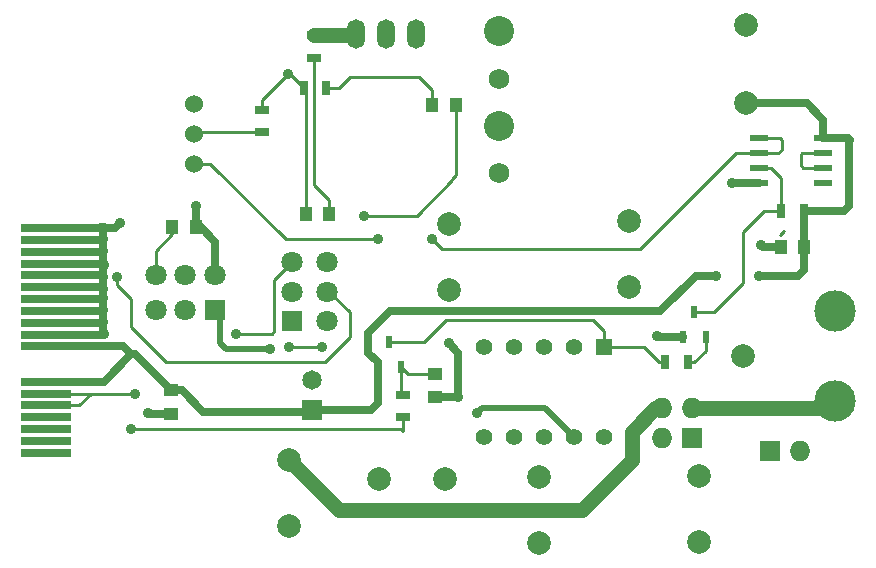
<source format=gtl>
%FSLAX46Y46*%
G04 Gerber Fmt 4.6, Leading zero omitted, Abs format (unit mm)*
G04 Created by KiCad (PCBNEW (2014-10-27 BZR 5228)-product) date 13/01/2015 10:49:15*
%MOMM*%
G01*
G04 APERTURE LIST*
%ADD10C,0.100000*%
%ADD11R,1.250000X1.000000*%
%ADD12R,1.000000X1.250000*%
%ADD13R,1.651000X1.651000*%
%ADD14C,1.651000*%
%ADD15R,4.200000X0.700000*%
%ADD16R,1.397000X1.397000*%
%ADD17C,1.397000*%
%ADD18C,1.998980*%
%ADD19C,3.500000*%
%ADD20C,2.000000*%
%ADD21R,1.727200X1.727200*%
%ADD22O,1.727200X1.727200*%
%ADD23R,0.599440X1.000760*%
%ADD24R,1.300000X0.700000*%
%ADD25R,0.700000X1.300000*%
%ADD26R,1.800000X1.800000*%
%ADD27C,1.800000*%
%ADD28C,2.540000*%
%ADD29C,1.727200*%
%ADD30R,1.550000X0.600000*%
%ADD31C,1.524000*%
%ADD32O,1.501140X2.499360*%
%ADD33C,0.889000*%
%ADD34C,0.254000*%
%ADD35C,0.635000*%
%ADD36C,0.508000*%
%ADD37C,1.270000*%
G04 APERTURE END LIST*
D10*
D11*
X158000000Y-68200000D03*
X158000000Y-70200000D03*
D12*
X135800000Y-55800000D03*
X137800000Y-55800000D03*
D11*
X135700000Y-69600000D03*
X135700000Y-71600000D03*
D13*
X147600000Y-71270000D03*
D14*
X147600000Y-68730000D03*
D12*
X157800000Y-45400000D03*
X159800000Y-45400000D03*
X149100000Y-54700000D03*
X147100000Y-54700000D03*
X189300000Y-57500000D03*
X187300000Y-57500000D03*
D15*
X125074560Y-55868200D03*
X125074560Y-56868200D03*
X125074560Y-57868200D03*
X125074560Y-58868200D03*
X125074560Y-59868200D03*
X125074560Y-60868200D03*
X125074560Y-61868200D03*
X125074560Y-62868200D03*
X125074560Y-63868200D03*
X125074560Y-64868200D03*
X125074560Y-65868200D03*
X125074560Y-68868200D03*
X125074560Y-69868200D03*
X125074560Y-70868200D03*
X125074560Y-71868200D03*
X125074560Y-72868200D03*
X125074560Y-73868200D03*
X125074560Y-74868200D03*
D16*
X172339000Y-65913000D03*
D17*
X169799000Y-65913000D03*
X167259000Y-65913000D03*
X164719000Y-65913000D03*
X162179000Y-65913000D03*
X162179000Y-73533000D03*
X164719000Y-73533000D03*
X167259000Y-73533000D03*
X169799000Y-73533000D03*
X172339000Y-73533000D03*
D18*
X145696000Y-75508000D03*
X145696000Y-81096000D03*
X153308000Y-77104000D03*
X158896000Y-77104000D03*
X166804000Y-82492000D03*
X166804000Y-76904000D03*
X180396000Y-76808000D03*
X180396000Y-82396000D03*
X159258000Y-55499000D03*
X159258000Y-61087000D03*
X174498000Y-55245000D03*
X174498000Y-60833000D03*
D19*
X191900000Y-70500000D03*
X191900000Y-62900000D03*
D20*
X184100000Y-66700000D03*
D21*
X186430000Y-74700000D03*
D22*
X188970000Y-74700000D03*
D23*
X153225500Y-67604640D03*
X154178000Y-65491360D03*
X155130500Y-67604640D03*
X179047500Y-65056640D03*
X180000000Y-62943360D03*
X180952500Y-65056640D03*
D24*
X155300000Y-69950000D03*
X155300000Y-71850000D03*
D25*
X146950000Y-44000000D03*
X148850000Y-44000000D03*
D24*
X143400000Y-45850000D03*
X143400000Y-47750000D03*
X147800000Y-39550000D03*
X147800000Y-41450000D03*
D25*
X189250000Y-54400000D03*
X187350000Y-54400000D03*
X179450000Y-67200000D03*
X177550000Y-67200000D03*
D21*
X179770000Y-73670000D03*
D22*
X179770000Y-71130000D03*
X177230000Y-73670000D03*
X177230000Y-71130000D03*
D26*
X139400000Y-62800000D03*
D27*
X136900000Y-62800000D03*
X139400000Y-59800000D03*
X134400000Y-62800000D03*
X134400000Y-59800000D03*
X136900000Y-59800000D03*
D26*
X145923000Y-63741300D03*
D27*
X145923000Y-61241300D03*
X148923000Y-63741300D03*
X145923000Y-58741300D03*
X148923000Y-58741300D03*
X148923000Y-61241300D03*
D28*
X163461700Y-39199300D03*
D29*
X163461700Y-43199300D03*
D28*
X163461700Y-47199300D03*
D29*
X163461700Y-51199300D03*
D30*
X185501300Y-48234600D03*
X185501300Y-49504600D03*
X185501300Y-50774600D03*
X185501300Y-52044600D03*
X190901300Y-52044600D03*
X190901300Y-50774600D03*
X190901300Y-49504600D03*
X190901300Y-48234600D03*
D31*
X137600000Y-47860000D03*
X137600000Y-45320000D03*
X137600000Y-50400000D03*
D32*
X153893520Y-39451280D03*
X156433520Y-39451280D03*
X151353520Y-39451280D03*
D18*
X184400000Y-45299460D03*
X184400000Y-38700540D03*
D33*
X137800000Y-54000000D03*
X176800000Y-65000000D03*
X183200000Y-52000000D03*
X129800000Y-55868200D03*
X129800000Y-61868200D03*
X130000000Y-64800000D03*
X159200000Y-65600000D03*
X160000000Y-70200000D03*
X131400000Y-55400000D03*
X130000000Y-59000000D03*
X133700000Y-71500000D03*
X185600000Y-57300000D03*
X185500000Y-59900000D03*
X181800000Y-59900000D03*
X152000000Y-54800000D03*
X145600000Y-42800000D03*
X132600000Y-69868200D03*
X131100000Y-60000000D03*
X141200000Y-64800000D03*
X161600000Y-71500000D03*
X144100000Y-66100000D03*
X148500000Y-65900000D03*
X145700000Y-65900000D03*
X157800000Y-56800000D03*
X153200000Y-56800000D03*
X132300000Y-72900000D03*
D34*
X187600000Y-56102800D02*
X187251300Y-56451500D01*
X158000000Y-68200000D02*
X155725860Y-68200000D01*
X155725860Y-68200000D02*
X155130500Y-67604640D01*
X155130500Y-69780500D02*
X155300000Y-69950000D01*
X155130500Y-67604640D02*
X155130500Y-69780500D01*
D35*
X137800000Y-55800000D02*
X137800000Y-54000000D01*
D34*
X125142760Y-63800000D02*
X125074560Y-63868200D01*
D35*
X179047500Y-65056640D02*
X176856640Y-65056640D01*
X176856640Y-65056640D02*
X176800000Y-65000000D01*
X137800000Y-55800000D02*
X138200000Y-55800000D01*
X138200000Y-55800000D02*
X139400000Y-57000000D01*
X139400000Y-57000000D02*
X139400000Y-59800000D01*
X185501300Y-52044600D02*
X183244600Y-52044600D01*
X183244600Y-52044600D02*
X183200000Y-52000000D01*
X129931800Y-56868200D02*
X130000000Y-56800000D01*
X125074560Y-56868200D02*
X129931800Y-56868200D01*
X129931800Y-57868200D02*
X130000000Y-57800000D01*
X129931800Y-58868200D02*
X130000000Y-58800000D01*
X125074560Y-58868200D02*
X129931800Y-58868200D01*
X129868200Y-59868200D02*
X130000000Y-60000000D01*
X125074560Y-59868200D02*
X129868200Y-59868200D01*
X129868200Y-60868200D02*
X130000000Y-61000000D01*
X125074560Y-60868200D02*
X129868200Y-60868200D01*
X129931800Y-61868200D02*
X130000000Y-61800000D01*
X125074560Y-61868200D02*
X129931800Y-61868200D01*
X129931800Y-62868200D02*
X130000000Y-62800000D01*
X125074560Y-62868200D02*
X129931800Y-62868200D01*
X129931800Y-63868200D02*
X130000000Y-63800000D01*
X125074560Y-63868200D02*
X129931800Y-63868200D01*
X129931800Y-64868200D02*
X130000000Y-64800000D01*
X129931800Y-55868200D02*
X130000000Y-55800000D01*
X125074560Y-55868200D02*
X129931800Y-55868200D01*
X129931800Y-56800000D02*
X129931800Y-56868200D01*
X129931800Y-55868200D02*
X129931800Y-56800000D01*
X129931800Y-57800000D02*
X129931800Y-57868200D01*
X129931800Y-56800000D02*
X129931800Y-57800000D01*
X129931800Y-58800000D02*
X129931800Y-58868200D01*
X129931800Y-57800000D02*
X129931800Y-58800000D01*
X129931800Y-59804600D02*
X129868200Y-59868200D01*
X129931800Y-58800000D02*
X129931800Y-59804600D01*
X129931800Y-60804600D02*
X129868200Y-60868200D01*
X129931800Y-59804600D02*
X129931800Y-60804600D01*
X129931800Y-60804600D02*
X129931800Y-61868200D01*
X129931800Y-62800000D02*
X129931800Y-62868200D01*
X129931800Y-61868200D02*
X129931800Y-62800000D01*
X129931800Y-63800000D02*
X129931800Y-63868200D01*
X129931800Y-62800000D02*
X129931800Y-63800000D01*
X129931800Y-63800000D02*
X129931800Y-64868200D01*
X129800000Y-55868200D02*
X129800000Y-55800000D01*
X129973200Y-58773200D02*
X130000000Y-58800000D01*
X129800000Y-61868200D02*
X129800000Y-61800000D01*
X125074560Y-64868200D02*
X129931800Y-64868200D01*
X130000000Y-64800000D02*
X129931800Y-64868200D01*
X125074560Y-57868200D02*
X129931800Y-57868200D01*
X160000000Y-66400000D02*
X159200000Y-65600000D01*
X158000000Y-70200000D02*
X160000000Y-70200000D01*
X160000000Y-70200000D02*
X160000000Y-66400000D01*
X130931800Y-55868200D02*
X129931800Y-55868200D01*
X131400000Y-55400000D02*
X130931800Y-55868200D01*
X130000000Y-59000000D02*
X130000000Y-58800000D01*
X133800000Y-71600000D02*
X133700000Y-71500000D01*
X135700000Y-71600000D02*
X133800000Y-71600000D01*
X185800000Y-57500000D02*
X185600000Y-57300000D01*
X187300000Y-57500000D02*
X185800000Y-57500000D01*
D34*
X135800000Y-55800000D02*
X135800000Y-56400000D01*
X135800000Y-56400000D02*
X134400000Y-57800000D01*
X134400000Y-57800000D02*
X134400000Y-59800000D01*
X143400000Y-47750000D02*
X137710000Y-47750000D01*
X137710000Y-47750000D02*
X137600000Y-47860000D01*
D35*
X184400000Y-45299460D02*
X189499460Y-45299460D01*
X190901300Y-46701300D02*
X190901300Y-48234600D01*
X189499460Y-45299460D02*
X190901300Y-46701300D01*
X153225500Y-67604640D02*
X153225500Y-67225500D01*
X153225500Y-67604640D02*
X153225500Y-67425500D01*
X193100000Y-48300000D02*
X193034600Y-48234600D01*
X193200000Y-48400000D02*
X193100000Y-48300000D01*
X193034600Y-48234600D02*
X190901300Y-48234600D01*
X125074560Y-65868200D02*
X131600000Y-65868200D01*
X130003420Y-68868200D02*
X132316350Y-66555270D01*
X125074560Y-68868200D02*
X130003420Y-68868200D01*
X132280540Y-66519460D02*
X132316350Y-66555270D01*
X131629280Y-65868200D02*
X132280540Y-66519460D01*
X131600000Y-65868200D02*
X131629280Y-65868200D01*
X152630000Y-71270000D02*
X153225500Y-70674500D01*
X153225500Y-70674500D02*
X153225500Y-67604640D01*
X147600000Y-71270000D02*
X152630000Y-71270000D01*
X132619460Y-66519460D02*
X135700000Y-69600000D01*
X132280540Y-66519460D02*
X132619460Y-66519460D01*
X147470000Y-71400000D02*
X147600000Y-71270000D01*
X136600000Y-69600000D02*
X138400000Y-71400000D01*
X138400000Y-71400000D02*
X147470000Y-71400000D01*
X135700000Y-69600000D02*
X136600000Y-69600000D01*
X193100000Y-54000000D02*
X192700000Y-54400000D01*
X192700000Y-54400000D02*
X189250000Y-54400000D01*
X193100000Y-48300000D02*
X193100000Y-54000000D01*
X189250000Y-57450000D02*
X189300000Y-57500000D01*
X189250000Y-54400000D02*
X189250000Y-57450000D01*
X188800000Y-59900000D02*
X189300000Y-59400000D01*
X189300000Y-59400000D02*
X189300000Y-57500000D01*
X152400000Y-66400000D02*
X152400000Y-64700000D01*
X153225500Y-67225500D02*
X152400000Y-66400000D01*
X180100000Y-59900000D02*
X181800000Y-59900000D01*
X177098502Y-62901498D02*
X180100000Y-59900000D01*
X154198502Y-62901498D02*
X177098502Y-62901498D01*
X152400000Y-64700000D02*
X154198502Y-62901498D01*
X185500000Y-59900000D02*
X188800000Y-59900000D01*
D34*
X148850000Y-44000000D02*
X149900000Y-44000000D01*
X157800000Y-44200000D02*
X157800000Y-45400000D01*
X156700000Y-43100000D02*
X157800000Y-44200000D01*
X150800000Y-43100000D02*
X156700000Y-43100000D01*
X149900000Y-44000000D02*
X150800000Y-43100000D01*
X159500000Y-51800000D02*
X159500000Y-51700000D01*
X156500000Y-54800000D02*
X159500000Y-51800000D01*
X152000000Y-54800000D02*
X156500000Y-54800000D01*
X159800000Y-51400000D02*
X159800000Y-45400000D01*
X159500000Y-51700000D02*
X159800000Y-51400000D01*
X159500000Y-45700000D02*
X159800000Y-45400000D01*
X152000000Y-54600000D02*
X152000000Y-54800000D01*
X147800000Y-41450000D02*
X147800000Y-52200000D01*
X149100000Y-53500000D02*
X149100000Y-54700000D01*
X147800000Y-52200000D02*
X149100000Y-53500000D01*
X147100000Y-54700000D02*
X147100000Y-44150000D01*
X147100000Y-44150000D02*
X146950000Y-44000000D01*
X145600000Y-42800000D02*
X145750000Y-42800000D01*
X145750000Y-42800000D02*
X146950000Y-44000000D01*
X143400000Y-45850000D02*
X143400000Y-45000000D01*
X143400000Y-45000000D02*
X145600000Y-42800000D01*
X125074560Y-70868200D02*
X127919600Y-70868200D01*
X127919600Y-70868200D02*
X128919600Y-69868200D01*
X125074560Y-69868200D02*
X128919600Y-69868200D01*
X132600000Y-69868200D02*
X132668200Y-69868200D01*
X128919600Y-69868200D02*
X132600000Y-69868200D01*
X131100000Y-60700000D02*
X131100000Y-60000000D01*
X132300000Y-61900000D02*
X131100000Y-60700000D01*
X132300000Y-64200000D02*
X132300000Y-61900000D01*
X135300000Y-67200000D02*
X132300000Y-64200000D01*
X148700000Y-67200000D02*
X135300000Y-67200000D01*
X150800000Y-65100000D02*
X148700000Y-67200000D01*
X150800000Y-63000000D02*
X150800000Y-65100000D01*
X149041300Y-61241300D02*
X150800000Y-63000000D01*
X148923000Y-61241300D02*
X149041300Y-61241300D01*
X144200000Y-64800000D02*
X144400000Y-64600000D01*
X144400000Y-64600000D02*
X144400000Y-60264300D01*
X144400000Y-60264300D02*
X145923000Y-58741300D01*
X141200000Y-64800000D02*
X144200000Y-64800000D01*
X172339000Y-65913000D02*
X175713000Y-65913000D01*
X177000000Y-67200000D02*
X177550000Y-67200000D01*
X175713000Y-65913000D02*
X177000000Y-67200000D01*
X172339000Y-65913000D02*
X172339000Y-64539000D01*
X157108640Y-65491360D02*
X154178000Y-65491360D01*
X159000000Y-63600000D02*
X157108640Y-65491360D01*
X171400000Y-63600000D02*
X159000000Y-63600000D01*
X172339000Y-64539000D02*
X171400000Y-63600000D01*
D36*
X144100000Y-66100000D02*
X144000000Y-66000000D01*
X139800000Y-63200000D02*
X139400000Y-62800000D01*
X140300000Y-66100000D02*
X139800000Y-65600000D01*
X139800000Y-65600000D02*
X139800000Y-63200000D01*
X143900000Y-66100000D02*
X140300000Y-66100000D01*
X161600000Y-71500000D02*
X162000000Y-71100000D01*
X162000000Y-71100000D02*
X167366000Y-71100000D01*
X167366000Y-71100000D02*
X169799000Y-73533000D01*
X143900000Y-66100000D02*
X144100000Y-66100000D01*
D37*
X191270000Y-71130000D02*
X191900000Y-70500000D01*
X179770000Y-71130000D02*
X191270000Y-71130000D01*
X147800000Y-39550000D02*
X151254800Y-39550000D01*
X151254800Y-39550000D02*
X151353520Y-39451280D01*
D34*
X187350000Y-51650000D02*
X186474600Y-50774600D01*
X186474600Y-50774600D02*
X185501300Y-50774600D01*
X187350000Y-54400000D02*
X187350000Y-51650000D01*
X181656640Y-62943360D02*
X184100000Y-60500000D01*
X184100000Y-60500000D02*
X184100000Y-56200000D01*
X184100000Y-56200000D02*
X185900000Y-54400000D01*
X185900000Y-54400000D02*
X187350000Y-54400000D01*
X180000000Y-62943360D02*
X181656640Y-62943360D01*
X179450000Y-67200000D02*
X180000000Y-67200000D01*
X180952500Y-66247500D02*
X180952500Y-65056640D01*
X180000000Y-67200000D02*
X180952500Y-66247500D01*
X148500000Y-65900000D02*
X145700000Y-65900000D01*
X139000000Y-50400000D02*
X145400000Y-56800000D01*
X157800000Y-56800000D02*
X158600000Y-57600000D01*
X158600000Y-57600000D02*
X175400000Y-57600000D01*
X175400000Y-57600000D02*
X183495400Y-49504600D01*
X185501300Y-49504600D02*
X183495400Y-49504600D01*
X139000000Y-50400000D02*
X137600000Y-50400000D01*
X153200000Y-56800000D02*
X145400000Y-56800000D01*
X185501300Y-49504600D02*
X187104600Y-49504600D01*
X187234600Y-48234600D02*
X185501300Y-48234600D01*
X187400000Y-48400000D02*
X187234600Y-48234600D01*
X187400000Y-49209200D02*
X187400000Y-48400000D01*
X187104600Y-49504600D02*
X187400000Y-49209200D01*
X190901300Y-50774600D02*
X189225400Y-50774600D01*
X189095400Y-49504600D02*
X190901300Y-49504600D01*
X189000000Y-49600000D02*
X189095400Y-49504600D01*
X189000000Y-50549200D02*
X189000000Y-49600000D01*
X189225400Y-50774600D02*
X189000000Y-50549200D01*
D37*
X149888000Y-79700000D02*
X145696000Y-75508000D01*
X170500000Y-79700000D02*
X149888000Y-79700000D01*
X174700000Y-75500000D02*
X170500000Y-79700000D01*
X174700000Y-73100000D02*
X174700000Y-75500000D01*
X176670000Y-71130000D02*
X174700000Y-73100000D01*
X177230000Y-71130000D02*
X176670000Y-71130000D01*
D34*
X155300000Y-73000000D02*
X155200000Y-72900000D01*
X155200000Y-72900000D02*
X132300000Y-72900000D01*
X155300000Y-71850000D02*
X155300000Y-73000000D01*
M02*

</source>
